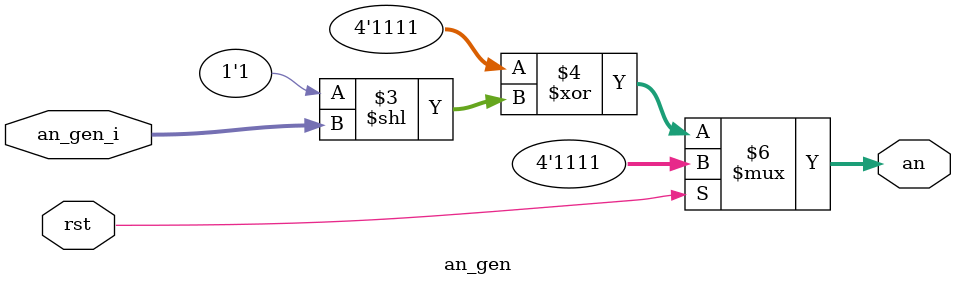
<source format=v>
/**
 * @Author: German Cano Quiveu <germancq>
 * @Date:   2019-03-01T14:05:10+01:00
 * @Email:  germancq@dte.us.es
 * @Filename: an_gen.v
 * @Last modified by:   germancq
 * @Last modified time: 2019-03-01T17:24:48+01:00
 */
module an_gen(
  input rst,
  input [1:0] an_gen_i,
  output reg [3:0] an
  );


always @ ( * )
begin
  an = 4'hF;
  if(~rst)
    begin
      //an[an_gen_i] = 0;
      an = 4'hF ^ (1'b1<<an_gen_i);
    end
end


endmodule

</source>
